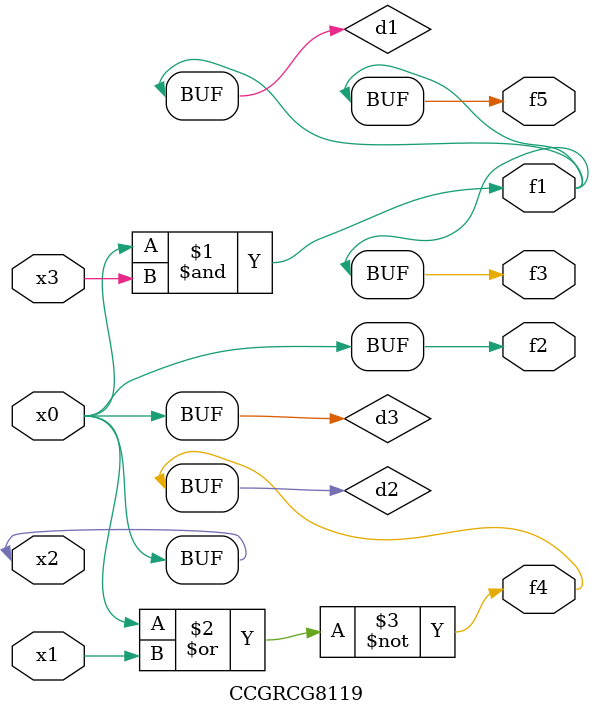
<source format=v>
module CCGRCG8119(
	input x0, x1, x2, x3,
	output f1, f2, f3, f4, f5
);

	wire d1, d2, d3;

	and (d1, x2, x3);
	nor (d2, x0, x1);
	buf (d3, x0, x2);
	assign f1 = d1;
	assign f2 = d3;
	assign f3 = d1;
	assign f4 = d2;
	assign f5 = d1;
endmodule

</source>
